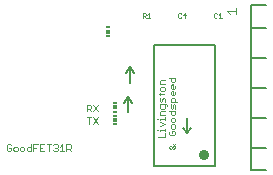
<source format=gto>
G75*
G70*
%OFA0B0*%
%FSLAX24Y24*%
%IPPOS*%
%LPD*%
%AMOC8*
5,1,8,0,0,1.08239X$1,22.5*
%
%ADD10C,0.0020*%
%ADD11C,0.0080*%
%ADD12R,0.0118X0.0059*%
%ADD13R,0.0118X0.0118*%
%ADD14C,0.0010*%
%ADD15C,0.0348*%
%ADD16C,0.0030*%
%ADD17C,0.0050*%
D10*
X000951Y000874D02*
X000987Y000838D01*
X001061Y000838D01*
X001098Y000874D01*
X001098Y000948D01*
X001024Y000948D01*
X000951Y001021D02*
X000951Y000874D01*
X001172Y000874D02*
X001172Y000948D01*
X001208Y000984D01*
X001282Y000984D01*
X001319Y000948D01*
X001319Y000874D01*
X001282Y000838D01*
X001208Y000838D01*
X001172Y000874D01*
X001393Y000874D02*
X001393Y000948D01*
X001429Y000984D01*
X001503Y000984D01*
X001540Y000948D01*
X001540Y000874D01*
X001503Y000838D01*
X001429Y000838D01*
X001393Y000874D01*
X001614Y000874D02*
X001614Y000948D01*
X001650Y000984D01*
X001761Y000984D01*
X001761Y001058D02*
X001761Y000838D01*
X001650Y000838D01*
X001614Y000874D01*
X001835Y000838D02*
X001835Y001058D01*
X001981Y001058D01*
X002056Y001058D02*
X002056Y000838D01*
X002202Y000838D01*
X002350Y000838D02*
X002350Y001058D01*
X002277Y001058D02*
X002423Y001058D01*
X002498Y001021D02*
X002534Y001058D01*
X002608Y001058D01*
X002644Y001021D01*
X002644Y000984D01*
X002608Y000948D01*
X002644Y000911D01*
X002644Y000874D01*
X002608Y000838D01*
X002534Y000838D01*
X002498Y000874D01*
X002571Y000948D02*
X002608Y000948D01*
X002719Y000984D02*
X002792Y001058D01*
X002792Y000838D01*
X002719Y000838D02*
X002865Y000838D01*
X002940Y000838D02*
X002940Y001058D01*
X003050Y001058D01*
X003086Y001021D01*
X003086Y000948D01*
X003050Y000911D01*
X002940Y000911D01*
X003013Y000911D02*
X003086Y000838D01*
X002202Y001058D02*
X002056Y001058D01*
X002056Y000948D02*
X002129Y000948D01*
X001908Y000948D02*
X001835Y000948D01*
X001098Y001021D02*
X001061Y001058D01*
X000987Y001058D01*
X000951Y001021D01*
X003611Y001958D02*
X003758Y001958D01*
X003832Y001958D02*
X003979Y001738D01*
X003832Y001738D02*
X003979Y001958D01*
X003979Y002158D02*
X003832Y002378D01*
X003758Y002341D02*
X003758Y002268D01*
X003721Y002231D01*
X003611Y002231D01*
X003684Y002231D02*
X003758Y002158D01*
X003832Y002158D02*
X003979Y002378D01*
X003758Y002341D02*
X003721Y002378D01*
X003611Y002378D01*
X003611Y002158D01*
X003684Y001958D02*
X003684Y001738D01*
X005954Y001915D02*
X005991Y001915D01*
X006064Y001915D02*
X006211Y001915D01*
X006211Y001951D02*
X006211Y001878D01*
X006064Y001878D02*
X006064Y001915D01*
X006064Y002025D02*
X006064Y002135D01*
X006101Y002172D01*
X006211Y002172D01*
X006174Y002246D02*
X006211Y002283D01*
X006211Y002393D01*
X006247Y002393D02*
X006064Y002393D01*
X006064Y002283D01*
X006101Y002246D01*
X006174Y002246D01*
X006284Y002320D02*
X006284Y002356D01*
X006247Y002393D01*
X006211Y002467D02*
X006211Y002577D01*
X006174Y002614D01*
X006137Y002577D01*
X006137Y002504D01*
X006101Y002467D01*
X006064Y002504D01*
X006064Y002614D01*
X006064Y002688D02*
X006064Y002762D01*
X006027Y002725D02*
X006174Y002725D01*
X006211Y002762D01*
X006174Y002836D02*
X006211Y002872D01*
X006211Y002946D01*
X006174Y002982D01*
X006101Y002982D01*
X006064Y002946D01*
X006064Y002872D01*
X006101Y002836D01*
X006174Y002836D01*
X006414Y002795D02*
X006414Y002721D01*
X006451Y002685D01*
X006524Y002685D01*
X006561Y002721D01*
X006561Y002795D01*
X006487Y002831D02*
X006487Y002685D01*
X006451Y002610D02*
X006524Y002610D01*
X006561Y002574D01*
X006561Y002464D01*
X006634Y002464D02*
X006414Y002464D01*
X006414Y002574D01*
X006451Y002610D01*
X006414Y002795D02*
X006451Y002831D01*
X006487Y002831D01*
X006487Y002906D02*
X006487Y003052D01*
X006451Y003052D01*
X006414Y003016D01*
X006414Y002942D01*
X006451Y002906D01*
X006524Y002906D01*
X006561Y002942D01*
X006561Y003016D01*
X006524Y003127D02*
X006451Y003127D01*
X006414Y003163D01*
X006414Y003273D01*
X006341Y003273D02*
X006561Y003273D01*
X006561Y003163D01*
X006524Y003127D01*
X006211Y003057D02*
X006064Y003057D01*
X006064Y003167D01*
X006101Y003203D01*
X006211Y003203D01*
X006414Y002389D02*
X006414Y002279D01*
X006451Y002243D01*
X006487Y002279D01*
X006487Y002353D01*
X006524Y002389D01*
X006561Y002353D01*
X006561Y002243D01*
X006561Y002168D02*
X006561Y002058D01*
X006524Y002022D01*
X006451Y002022D01*
X006414Y002058D01*
X006414Y002168D01*
X006341Y002168D02*
X006561Y002168D01*
X006211Y002025D02*
X006064Y002025D01*
X006064Y001804D02*
X006211Y001730D01*
X006064Y001657D01*
X006064Y001546D02*
X006211Y001546D01*
X006211Y001510D02*
X006211Y001583D01*
X006341Y001469D02*
X006377Y001506D01*
X006341Y001469D02*
X006341Y001395D01*
X006377Y001359D01*
X006524Y001359D01*
X006561Y001395D01*
X006561Y001469D01*
X006524Y001506D01*
X006451Y001506D01*
X006451Y001432D01*
X006451Y001580D02*
X006524Y001580D01*
X006561Y001616D01*
X006561Y001690D01*
X006524Y001726D01*
X006451Y001726D01*
X006414Y001690D01*
X006414Y001616D01*
X006451Y001580D01*
X006211Y001436D02*
X006211Y001289D01*
X005991Y001289D01*
X006064Y001510D02*
X006064Y001546D01*
X005991Y001546D02*
X005954Y001546D01*
X006414Y001837D02*
X006451Y001801D01*
X006524Y001801D01*
X006561Y001837D01*
X006561Y001911D01*
X006524Y001947D01*
X006451Y001947D01*
X006414Y001911D01*
X006414Y001837D01*
X006487Y001064D02*
X006561Y000990D01*
X006561Y000953D01*
X006524Y000917D01*
X006487Y000917D01*
X006414Y000990D01*
X006377Y000990D01*
X006341Y000953D01*
X006377Y000917D01*
X006414Y000917D01*
X006561Y001064D01*
D11*
X006961Y001418D02*
X006831Y001608D01*
X006961Y001418D02*
X007091Y001608D01*
X006961Y001418D02*
X006961Y001938D01*
X005121Y002448D02*
X004991Y002638D01*
X004861Y002448D01*
X004991Y002638D02*
X004991Y002118D01*
X005061Y003098D02*
X005061Y003618D01*
X005191Y003428D01*
X005061Y003618D02*
X004931Y003428D01*
X005857Y004356D02*
X005857Y000340D01*
X007904Y000340D01*
X007904Y004356D01*
X005857Y004356D01*
D12*
X004312Y004660D03*
X004312Y004955D03*
X004570Y002435D03*
X004570Y002140D03*
X004570Y002015D03*
X004570Y001720D03*
D13*
X004570Y001868D03*
X004570Y002288D03*
X004312Y004808D03*
D14*
X005481Y005283D02*
X005481Y005433D01*
X005556Y005433D01*
X005581Y005408D01*
X005581Y005358D01*
X005556Y005333D01*
X005481Y005333D01*
X005531Y005333D02*
X005581Y005283D01*
X005628Y005283D02*
X005729Y005283D01*
X005679Y005283D02*
X005679Y005433D01*
X005628Y005383D01*
X006671Y005408D02*
X006671Y005308D01*
X006696Y005283D01*
X006746Y005283D01*
X006771Y005308D01*
X006818Y005358D02*
X006919Y005358D01*
X006894Y005283D02*
X006894Y005433D01*
X006818Y005358D01*
X006771Y005408D02*
X006746Y005433D01*
X006696Y005433D01*
X006671Y005408D01*
X007861Y005408D02*
X007861Y005308D01*
X007886Y005283D01*
X007936Y005283D01*
X007961Y005308D01*
X008008Y005283D02*
X008109Y005283D01*
X008059Y005283D02*
X008059Y005433D01*
X008008Y005383D01*
X007961Y005408D02*
X007936Y005433D01*
X007886Y005433D01*
X007861Y005408D01*
D15*
X007521Y000694D03*
D16*
X008392Y005413D02*
X008296Y005509D01*
X008586Y005509D01*
X008586Y005413D02*
X008586Y005606D01*
D17*
X009101Y005698D02*
X009101Y004948D01*
X009601Y004948D01*
X009101Y004948D02*
X009101Y003948D01*
X009601Y003948D01*
X009101Y003948D02*
X009101Y002948D01*
X009601Y002948D01*
X009101Y002948D02*
X009101Y001948D01*
X009601Y001948D01*
X009101Y001948D02*
X009101Y000948D01*
X009601Y000948D01*
X009101Y000948D02*
X009101Y000198D01*
X009601Y000198D01*
X009601Y005698D02*
X009101Y005698D01*
M02*

</source>
